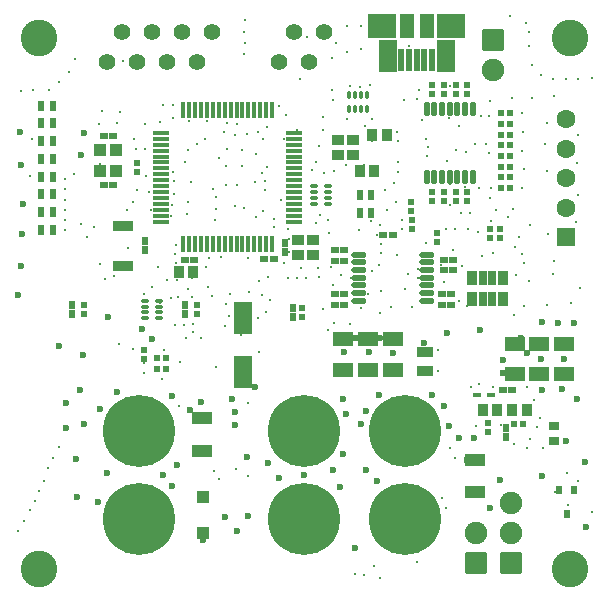
<source format=gts>
G04*
G04 #@! TF.GenerationSoftware,Altium Limited,Altium Designer,18.0.9 (584)*
G04*
G04 Layer_Color=8388736*
%FSLAX25Y25*%
%MOIN*%
G70*
G01*
G75*
%ADD21R,0.03543X0.03937*%
%ADD34R,0.03937X0.03543*%
%ADD45R,0.05020X0.07874*%
%ADD46R,0.09744X0.07874*%
%ADD47R,0.06201X0.10630*%
%ADD48R,0.02165X0.07795*%
%ADD49R,0.02362X0.03347*%
%ADD50R,0.03937X0.04331*%
%ADD51O,0.01575X0.05512*%
%ADD52O,0.05512X0.01575*%
%ADD53O,0.05118X0.01968*%
%ADD54R,0.07087X0.03543*%
%ADD55O,0.01378X0.02953*%
%ADD56R,0.03740X0.04528*%
%ADD57R,0.02756X0.04528*%
%ADD58R,0.05315X0.03740*%
%ADD59R,0.03543X0.02756*%
%ADD60R,0.06890X0.03937*%
%ADD61R,0.03150X0.01575*%
%ADD62R,0.02362X0.03150*%
%ADD63R,0.04331X0.03937*%
%ADD64R,0.05906X0.10630*%
%ADD65R,0.07087X0.04724*%
%ADD66R,0.02598X0.02441*%
%ADD67R,0.02165X0.02362*%
%ADD68R,0.02441X0.02598*%
%ADD69O,0.01968X0.05118*%
%ADD70R,0.02362X0.02165*%
%ADD71O,0.02953X0.01378*%
%ADD72C,0.07480*%
G04:AMPARAMS|DCode=73|XSize=74.8mil|YSize=74.8mil|CornerRadius=10.83mil|HoleSize=0mil|Usage=FLASHONLY|Rotation=270.000|XOffset=0mil|YOffset=0mil|HoleType=Round|Shape=RoundedRectangle|*
%AMROUNDEDRECTD73*
21,1,0.07480,0.05315,0,0,270.0*
21,1,0.05315,0.07480,0,0,270.0*
1,1,0.02165,-0.02657,-0.02657*
1,1,0.02165,-0.02657,0.02657*
1,1,0.02165,0.02657,0.02657*
1,1,0.02165,0.02657,-0.02657*
%
%ADD73ROUNDEDRECTD73*%
%ADD74C,0.24016*%
G04:AMPARAMS|DCode=75|XSize=62.99mil|YSize=62.99mil|CornerRadius=9.35mil|HoleSize=0mil|Usage=FLASHONLY|Rotation=90.000|XOffset=0mil|YOffset=0mil|HoleType=Round|Shape=RoundedRectangle|*
%AMROUNDEDRECTD75*
21,1,0.06299,0.04429,0,0,90.0*
21,1,0.04429,0.06299,0,0,90.0*
1,1,0.01870,0.02215,0.02215*
1,1,0.01870,0.02215,-0.02215*
1,1,0.01870,-0.02215,-0.02215*
1,1,0.01870,-0.02215,0.02215*
%
%ADD75ROUNDEDRECTD75*%
%ADD76C,0.06299*%
%ADD77C,0.05512*%
%ADD78C,0.00394*%
%ADD79C,0.12205*%
%ADD80C,0.01181*%
%ADD81C,0.02362*%
D21*
X121063Y154724D02*
D03*
X125984D02*
D03*
X56496Y109055D02*
D03*
X61417D02*
D03*
X172539Y62992D02*
D03*
X167618D02*
D03*
X157776D02*
D03*
X162697D02*
D03*
X121752Y142520D02*
D03*
X116831D02*
D03*
D34*
X96161Y114764D02*
D03*
Y119685D02*
D03*
X101181Y114764D02*
D03*
Y119685D02*
D03*
X114567Y152854D02*
D03*
Y147933D02*
D03*
X109449Y152854D02*
D03*
Y147933D02*
D03*
D45*
X132529Y190945D02*
D03*
X139124D02*
D03*
D46*
X124360D02*
D03*
X147293D02*
D03*
D47*
X145522Y180905D02*
D03*
X126132D02*
D03*
D48*
X130709Y179488D02*
D03*
X133268D02*
D03*
X135827D02*
D03*
X138386D02*
D03*
X140945D02*
D03*
D49*
X120768Y128642D02*
D03*
X116831D02*
D03*
Y134547D02*
D03*
X120768D02*
D03*
X10630Y164370D02*
D03*
X14567D02*
D03*
Y158465D02*
D03*
X10630D02*
D03*
Y152559D02*
D03*
X14567D02*
D03*
Y146653D02*
D03*
X10630D02*
D03*
Y140748D02*
D03*
X14567D02*
D03*
Y134843D02*
D03*
X10630D02*
D03*
Y128937D02*
D03*
X14567D02*
D03*
Y123031D02*
D03*
X10630D02*
D03*
D50*
X35728Y149508D02*
D03*
Y142618D02*
D03*
X30413D02*
D03*
Y149508D02*
D03*
D51*
X58071Y162795D02*
D03*
X60039D02*
D03*
X62008D02*
D03*
X63976D02*
D03*
X65945D02*
D03*
X67913D02*
D03*
X69882D02*
D03*
X71850D02*
D03*
X73819D02*
D03*
X75787D02*
D03*
X77756D02*
D03*
X79724D02*
D03*
X81693D02*
D03*
X83661D02*
D03*
X85630D02*
D03*
X87598D02*
D03*
Y118307D02*
D03*
X85630D02*
D03*
X83661D02*
D03*
X81693D02*
D03*
X79724D02*
D03*
X77756D02*
D03*
X75787D02*
D03*
X73819D02*
D03*
X71850D02*
D03*
X69882D02*
D03*
X67913D02*
D03*
X65945D02*
D03*
X63976D02*
D03*
X62008D02*
D03*
X60039D02*
D03*
X58071D02*
D03*
D52*
X95079Y155315D02*
D03*
Y153347D02*
D03*
Y151378D02*
D03*
Y149409D02*
D03*
Y147441D02*
D03*
Y145472D02*
D03*
Y143504D02*
D03*
Y141535D02*
D03*
Y139567D02*
D03*
Y137598D02*
D03*
Y135630D02*
D03*
Y133661D02*
D03*
Y131693D02*
D03*
Y129724D02*
D03*
Y127756D02*
D03*
Y125787D02*
D03*
X50591D02*
D03*
Y127756D02*
D03*
Y129724D02*
D03*
Y131693D02*
D03*
Y133661D02*
D03*
Y135630D02*
D03*
Y137598D02*
D03*
Y139567D02*
D03*
Y141535D02*
D03*
Y143504D02*
D03*
Y145472D02*
D03*
Y147441D02*
D03*
Y149409D02*
D03*
Y151378D02*
D03*
Y153347D02*
D03*
Y155315D02*
D03*
D53*
X116732Y114764D02*
D03*
Y112205D02*
D03*
Y109646D02*
D03*
Y107087D02*
D03*
Y104528D02*
D03*
Y101969D02*
D03*
Y99410D02*
D03*
X139173Y114764D02*
D03*
Y112205D02*
D03*
Y109646D02*
D03*
Y107087D02*
D03*
Y104528D02*
D03*
Y101969D02*
D03*
Y99410D02*
D03*
D54*
X37795Y111024D02*
D03*
Y124409D02*
D03*
D55*
X113386Y163287D02*
D03*
X115354D02*
D03*
X117323D02*
D03*
X119291D02*
D03*
X113386Y168012D02*
D03*
X115354D02*
D03*
X117323D02*
D03*
X119291D02*
D03*
D56*
X164665Y107087D02*
D03*
X154232D02*
D03*
X164665Y100000D02*
D03*
X154232D02*
D03*
D57*
X161024Y107087D02*
D03*
X157874D02*
D03*
X161024Y100000D02*
D03*
X157874D02*
D03*
D58*
X138583Y82185D02*
D03*
Y76083D02*
D03*
D59*
X181496Y52559D02*
D03*
Y57677D02*
D03*
D60*
X64173Y60138D02*
D03*
Y49311D02*
D03*
X155118Y46358D02*
D03*
Y35531D02*
D03*
D61*
X160630Y68110D02*
D03*
X155905D02*
D03*
D62*
X188386Y36319D02*
D03*
X183268D02*
D03*
X185827Y28248D02*
D03*
D63*
X64567Y22047D02*
D03*
Y33858D02*
D03*
D64*
X77953Y75689D02*
D03*
Y93602D02*
D03*
D65*
X185039Y85039D02*
D03*
Y74803D02*
D03*
X176772Y85039D02*
D03*
Y74803D02*
D03*
X168504Y85039D02*
D03*
Y74803D02*
D03*
X127953Y76378D02*
D03*
Y86614D02*
D03*
X119685Y76378D02*
D03*
Y86614D02*
D03*
X111417Y76378D02*
D03*
Y86614D02*
D03*
D66*
X108701Y116142D02*
D03*
X111772D02*
D03*
X127815Y121260D02*
D03*
X124744D02*
D03*
X147894Y109646D02*
D03*
X144823D02*
D03*
X147894Y112992D02*
D03*
X144823D02*
D03*
X147205Y101575D02*
D03*
X144134D02*
D03*
X147205Y98032D02*
D03*
X144134D02*
D03*
X108701Y101575D02*
D03*
X111772D02*
D03*
X108701Y98032D02*
D03*
X111772D02*
D03*
X108701Y112598D02*
D03*
X111772D02*
D03*
X88150Y113386D02*
D03*
X85079D02*
D03*
X61673Y113091D02*
D03*
X58602D02*
D03*
X31535Y137795D02*
D03*
X34606D02*
D03*
X34606Y154331D02*
D03*
X31535D02*
D03*
X164606Y69685D02*
D03*
X167677D02*
D03*
D67*
X42520Y142224D02*
D03*
Y145177D02*
D03*
X148819Y168209D02*
D03*
Y171161D02*
D03*
X44882Y80020D02*
D03*
Y82972D02*
D03*
X148819Y135728D02*
D03*
Y132776D02*
D03*
X152756Y135728D02*
D03*
Y132776D02*
D03*
X144882Y135728D02*
D03*
Y132776D02*
D03*
X140945Y135728D02*
D03*
Y132776D02*
D03*
X144882Y168209D02*
D03*
Y171161D02*
D03*
X140945Y168209D02*
D03*
Y171161D02*
D03*
X152756Y168209D02*
D03*
Y171161D02*
D03*
X62598Y94980D02*
D03*
Y97933D02*
D03*
X159547Y58661D02*
D03*
Y55709D02*
D03*
X97736Y96949D02*
D03*
Y93996D02*
D03*
X24803Y97933D02*
D03*
Y94980D02*
D03*
X160138Y123130D02*
D03*
Y120177D02*
D03*
X163583D02*
D03*
Y123130D02*
D03*
X134055Y129429D02*
D03*
Y132382D02*
D03*
X134153Y126378D02*
D03*
Y123425D02*
D03*
X142618Y119095D02*
D03*
Y122047D02*
D03*
D68*
X92028Y115689D02*
D03*
Y118760D02*
D03*
X58661Y94921D02*
D03*
Y97992D02*
D03*
X165551Y56949D02*
D03*
Y53878D02*
D03*
X94488Y93839D02*
D03*
Y96909D02*
D03*
X20866Y94921D02*
D03*
Y97992D02*
D03*
X45276Y116181D02*
D03*
Y119252D02*
D03*
D69*
X154528Y163189D02*
D03*
X151969D02*
D03*
X149409D02*
D03*
X146850D02*
D03*
X144291D02*
D03*
X141732D02*
D03*
X139173D02*
D03*
X154528Y140748D02*
D03*
X151969D02*
D03*
X149409D02*
D03*
X146850D02*
D03*
X144291D02*
D03*
X141732D02*
D03*
X139173D02*
D03*
D70*
X166831Y137008D02*
D03*
X163878D02*
D03*
X49311Y76772D02*
D03*
X52264D02*
D03*
Y80315D02*
D03*
X49311D02*
D03*
X166831Y140551D02*
D03*
X163878D02*
D03*
X166831Y147638D02*
D03*
X163878D02*
D03*
X166831Y144095D02*
D03*
X163878D02*
D03*
X166831Y154724D02*
D03*
X163878D02*
D03*
X166831Y151181D02*
D03*
X163878D02*
D03*
X166831Y161811D02*
D03*
X163878D02*
D03*
X166831Y158268D02*
D03*
X163878D02*
D03*
X171260Y58268D02*
D03*
X168307D02*
D03*
D71*
X106398Y131693D02*
D03*
Y133661D02*
D03*
Y135630D02*
D03*
Y137598D02*
D03*
X101673Y131693D02*
D03*
Y133661D02*
D03*
Y135630D02*
D03*
Y137598D02*
D03*
X45276Y99410D02*
D03*
Y97441D02*
D03*
Y95472D02*
D03*
Y93504D02*
D03*
X50000Y99410D02*
D03*
Y97441D02*
D03*
Y95472D02*
D03*
Y93504D02*
D03*
D72*
X161417Y176221D02*
D03*
X155512Y21811D02*
D03*
X167323D02*
D03*
Y31811D02*
D03*
D73*
X161417Y186221D02*
D03*
X155512Y11811D02*
D03*
X167323D02*
D03*
D74*
X43307Y56102D02*
D03*
Y26575D02*
D03*
X98425Y56102D02*
D03*
Y26575D02*
D03*
X131890Y56102D02*
D03*
Y26575D02*
D03*
D75*
X185630Y120472D02*
D03*
D76*
Y130315D02*
D03*
Y140157D02*
D03*
Y150000D02*
D03*
Y159843D02*
D03*
D77*
X89941Y179055D02*
D03*
X94941Y189055D02*
D03*
X99941Y179055D02*
D03*
X104941Y189055D02*
D03*
X32697Y179055D02*
D03*
X37697Y189055D02*
D03*
X42697Y179055D02*
D03*
X47697Y189055D02*
D03*
X52697Y179055D02*
D03*
X57697Y189055D02*
D03*
X62697Y179055D02*
D03*
X67697Y189055D02*
D03*
D78*
X84429Y186142D02*
D03*
X27185D02*
D03*
D79*
X9843Y187008D02*
D03*
X187008D02*
D03*
Y9843D02*
D03*
X9843D02*
D03*
D80*
X175008Y66145D02*
D03*
X146850Y131201D02*
D03*
X82977Y93607D02*
D03*
X86815Y99710D02*
D03*
X85733Y95575D02*
D03*
X84308Y101378D02*
D03*
X83173Y106107D02*
D03*
X86126Y107190D02*
D03*
X91732Y111811D02*
D03*
X85044Y113883D02*
D03*
X93405Y115551D02*
D03*
X60827Y106988D02*
D03*
X113490Y91737D02*
D03*
X108180Y92038D02*
D03*
X106344Y89646D02*
D03*
X104528Y96653D02*
D03*
X92819Y106895D02*
D03*
X79724Y113583D02*
D03*
X70673Y114080D02*
D03*
X66539Y113687D02*
D03*
X65650Y110728D02*
D03*
X83425Y82146D02*
D03*
X156496Y71653D02*
D03*
X153937Y70571D02*
D03*
X142913Y82874D02*
D03*
X142815Y76083D02*
D03*
X79630Y65456D02*
D03*
X68898Y77362D02*
D03*
X173327Y188878D02*
D03*
X173425Y184252D02*
D03*
X174311Y177953D02*
D03*
X166929Y194291D02*
D03*
X172343Y192126D02*
D03*
X177264Y174606D02*
D03*
X181299Y173425D02*
D03*
X185728Y173327D02*
D03*
X189665Y173228D02*
D03*
X194193Y173622D02*
D03*
X160138Y166043D02*
D03*
X181595Y167520D02*
D03*
X167618Y167126D02*
D03*
X174311D02*
D03*
X179331Y158563D02*
D03*
X189469Y154724D02*
D03*
X178740Y151673D02*
D03*
X189469Y134744D02*
D03*
X189272Y145276D02*
D03*
X179134Y142618D02*
D03*
X189075Y125591D02*
D03*
X179724Y121653D02*
D03*
X181496Y112500D02*
D03*
X181398Y108268D02*
D03*
X190157Y103642D02*
D03*
X187205Y98622D02*
D03*
X179232Y97835D02*
D03*
X171457Y97539D02*
D03*
X168307Y94587D02*
D03*
X101772Y116043D02*
D03*
X106595Y121949D02*
D03*
X129337Y155519D02*
D03*
X92815Y123130D02*
D03*
X147940Y116344D02*
D03*
X139075Y118602D02*
D03*
X150499Y128746D02*
D03*
X145472Y123130D02*
D03*
X78347Y181496D02*
D03*
X78642Y185236D02*
D03*
X78347Y188976D02*
D03*
X78642Y193110D02*
D03*
X22047Y179921D02*
D03*
X19882Y175492D02*
D03*
X16634Y172146D02*
D03*
X13287Y169783D02*
D03*
X7776Y169587D02*
D03*
X3839Y169390D02*
D03*
X139082Y153157D02*
D03*
X129769Y152567D02*
D03*
X137507Y159555D02*
D03*
X129626Y145571D02*
D03*
X139764Y150591D02*
D03*
X139272Y147579D02*
D03*
X42620Y136424D02*
D03*
X46754Y135735D02*
D03*
X65945Y159176D02*
D03*
X92126Y161417D02*
D03*
X91738Y153347D02*
D03*
X84645Y153149D02*
D03*
X131496Y166142D02*
D03*
X146949Y171063D02*
D03*
X104528Y156299D02*
D03*
X103150Y151083D02*
D03*
X102165Y145571D02*
D03*
X104926Y141936D02*
D03*
X112598Y159842D02*
D03*
X118504Y157480D02*
D03*
X113779Y152756D02*
D03*
X120866D02*
D03*
Y159843D02*
D03*
X117224Y96850D02*
D03*
X144882Y105610D02*
D03*
X131890Y103248D02*
D03*
X123819Y102756D02*
D03*
X84350Y142028D02*
D03*
X86024Y143898D02*
D03*
X82284Y148425D02*
D03*
X148524Y123327D02*
D03*
X163976Y62402D02*
D03*
X168307Y58071D02*
D03*
X163976D02*
D03*
X168307Y62402D02*
D03*
X157382Y160925D02*
D03*
X160039Y161122D02*
D03*
X159941Y148721D02*
D03*
X159055Y151673D02*
D03*
X152362Y149114D02*
D03*
X148917Y149508D02*
D03*
X149902Y157480D02*
D03*
X108366Y142520D02*
D03*
X125886Y129724D02*
D03*
X56476Y64376D02*
D03*
X58858Y86910D02*
D03*
X63976Y86811D02*
D03*
X61319Y91535D02*
D03*
X61417Y88976D02*
D03*
X72047Y91043D02*
D03*
X76181Y90748D02*
D03*
X72146Y98327D02*
D03*
X55118Y91437D02*
D03*
X56102Y106201D02*
D03*
X52756D02*
D03*
X47640Y104041D02*
D03*
X53841Y100399D02*
D03*
X49510Y110734D02*
D03*
X39665Y116929D02*
D03*
X50197Y98524D02*
D03*
X35041Y107584D02*
D03*
X32087Y106791D02*
D03*
X44998Y101673D02*
D03*
X68310Y42620D02*
D03*
X69784Y39862D02*
D03*
X58268Y91437D02*
D03*
X77264Y87795D02*
D03*
X75689Y96555D02*
D03*
X73268Y94232D02*
D03*
X73724Y101481D02*
D03*
X194291Y28839D02*
D03*
X189469Y39173D02*
D03*
X182087Y35583D02*
D03*
X145480Y30415D02*
D03*
X144390Y33465D02*
D03*
X147047Y50394D02*
D03*
X148728Y46951D02*
D03*
X135925Y12205D02*
D03*
X118411Y7973D02*
D03*
X123530Y6890D02*
D03*
X121555Y10827D02*
D03*
X115360Y8170D02*
D03*
X164075Y69048D02*
D03*
X168209D02*
D03*
X161327Y70476D02*
D03*
X186122Y31398D02*
D03*
X185934Y42030D02*
D03*
X72342Y137795D02*
D03*
X75787Y137894D02*
D03*
X68996Y133858D02*
D03*
X70079Y146949D02*
D03*
X72244Y144390D02*
D03*
X72539Y149803D02*
D03*
X82087Y138878D02*
D03*
X85339Y136129D02*
D03*
X84748Y129239D02*
D03*
X75394Y154528D02*
D03*
X79335Y155126D02*
D03*
X77756Y149606D02*
D03*
X75984Y158268D02*
D03*
X82189Y127172D02*
D03*
X75394Y130905D02*
D03*
X78252Y130420D02*
D03*
X88390Y123825D02*
D03*
X88193Y126778D02*
D03*
X68898Y129921D02*
D03*
X90661Y133082D02*
D03*
X59747Y132290D02*
D03*
X54924Y135046D02*
D03*
Y139180D02*
D03*
X58661Y145669D02*
D03*
X54629Y142133D02*
D03*
X59646Y149704D02*
D03*
X60039Y159176D02*
D03*
X57480Y161811D02*
D03*
X62458Y151673D02*
D03*
X65354Y153150D02*
D03*
X54432Y131207D02*
D03*
X53940Y127762D02*
D03*
X59255Y128451D02*
D03*
X60731Y139082D02*
D03*
X66276Y104000D02*
D03*
X67716Y100984D02*
D03*
X59496Y103437D02*
D03*
X56299Y100787D02*
D03*
X60928Y100694D02*
D03*
X55709Y111909D02*
D03*
X16535Y50689D02*
D03*
X2953Y22736D02*
D03*
X7087Y29528D02*
D03*
X8709Y32728D02*
D03*
X5020Y25984D02*
D03*
X14764Y47047D02*
D03*
X12894Y43602D02*
D03*
X9837Y36018D02*
D03*
X11516Y39370D02*
D03*
X55315Y114961D02*
D03*
X30413Y111713D02*
D03*
X80020Y102264D02*
D03*
X36714Y84847D02*
D03*
X51676Y82977D02*
D03*
X56890Y78839D02*
D03*
X50984Y73228D02*
D03*
X44882Y75394D02*
D03*
Y78642D02*
D03*
X123524Y124606D02*
D03*
X128248Y138779D02*
D03*
X125394Y136221D02*
D03*
X129626Y142421D02*
D03*
X109055Y185138D02*
D03*
X107579Y180413D02*
D03*
X99410Y187205D02*
D03*
X112598Y182382D02*
D03*
Y190847D02*
D03*
X117323Y183268D02*
D03*
X117224Y190945D02*
D03*
X97047Y173327D02*
D03*
X71752Y155610D02*
D03*
X72638Y158465D02*
D03*
X26083Y120669D02*
D03*
X28248Y123917D02*
D03*
X23917Y124803D02*
D03*
X39272Y129724D02*
D03*
X41339Y132283D02*
D03*
X82874Y155610D02*
D03*
X86024Y157283D02*
D03*
X77461Y144291D02*
D03*
X68701Y126279D02*
D03*
X55512Y118110D02*
D03*
X68015Y136719D02*
D03*
X21457Y141535D02*
D03*
X107879Y104729D02*
D03*
X103346Y107185D02*
D03*
X102854Y110236D02*
D03*
X110531Y107972D02*
D03*
X114080Y107092D02*
D03*
X107289Y110635D02*
D03*
X99016Y106890D02*
D03*
X107480Y116147D02*
D03*
X106304Y126384D02*
D03*
X97441Y110236D02*
D03*
X95915Y106890D02*
D03*
X116443Y122841D02*
D03*
X120768Y126083D02*
D03*
X112407Y144594D02*
D03*
X109553Y147054D02*
D03*
X100792Y142920D02*
D03*
X85138Y139173D02*
D03*
X54756Y160303D02*
D03*
X54626Y164567D02*
D03*
X50223Y158861D02*
D03*
X51181Y164764D02*
D03*
X45571Y141043D02*
D03*
X93405Y120079D02*
D03*
X103647Y127959D02*
D03*
X102170Y125203D02*
D03*
X128839Y132283D02*
D03*
X130814Y126286D02*
D03*
X130912Y123333D02*
D03*
X128642Y121260D02*
D03*
X122545Y121167D02*
D03*
X124022Y118313D02*
D03*
Y115360D02*
D03*
X123234Y111226D02*
D03*
X107773Y169786D02*
D03*
X107776Y166142D02*
D03*
X89961Y164215D02*
D03*
X155519Y57778D02*
D03*
X172449Y50199D02*
D03*
X175894Y57188D02*
D03*
X177953Y50394D02*
D03*
X173630Y53152D02*
D03*
X176879Y60141D02*
D03*
X172639Y70771D02*
D03*
X168118Y51479D02*
D03*
X79528Y40846D02*
D03*
X75689Y43406D02*
D03*
X117815Y112205D02*
D03*
X129337Y114474D02*
D03*
X120774Y142822D02*
D03*
X104528Y160531D02*
D03*
X173721Y124705D02*
D03*
X169783Y120571D02*
D03*
X135925Y166535D02*
D03*
X136516Y169488D02*
D03*
X144291Y140748D02*
D03*
X145877Y146063D02*
D03*
X146850Y138287D02*
D03*
X146661Y160244D02*
D03*
X170776Y137015D02*
D03*
X134153Y97441D02*
D03*
X171465Y143216D02*
D03*
X171063Y149409D02*
D03*
X171161Y155610D02*
D03*
X171063Y161811D02*
D03*
X133169Y184153D02*
D03*
X18602Y122933D02*
D03*
Y126319D02*
D03*
Y129705D02*
D03*
Y133090D02*
D03*
Y136476D02*
D03*
Y139862D02*
D03*
X47250Y129724D02*
D03*
X41339Y83169D02*
D03*
X6988Y141043D02*
D03*
X10630Y128937D02*
D03*
X7480Y153150D02*
D03*
X10630Y164370D02*
D03*
X29823Y158268D02*
D03*
X36024Y158563D02*
D03*
X36909Y162402D02*
D03*
X30906Y162598D02*
D03*
X30315Y144980D02*
D03*
X34055Y149606D02*
D03*
X45282Y158230D02*
D03*
X45276Y150000D02*
D03*
X41732Y153149D02*
D03*
X42126Y150000D02*
D03*
X96063Y156299D02*
D03*
X37795Y179134D02*
D03*
X161268Y115453D02*
D03*
X157685Y100989D02*
D03*
Y114277D02*
D03*
X167922Y130026D02*
D03*
X169095Y107973D02*
D03*
X173130Y105905D02*
D03*
X155217Y151673D02*
D03*
X168709Y117230D02*
D03*
X170776Y114966D02*
D03*
X171465Y112013D02*
D03*
X166437Y127165D02*
D03*
X160734Y125993D02*
D03*
X155217Y140748D02*
D03*
X162114Y129731D02*
D03*
X160138Y133760D02*
D03*
X151877Y137310D02*
D03*
X156602Y137015D02*
D03*
X160736Y137113D02*
D03*
X113490Y171071D02*
D03*
X120177Y171260D02*
D03*
X116831Y170784D02*
D03*
X152756Y171161D02*
D03*
X153846Y107092D02*
D03*
X153452Y128746D02*
D03*
X153017Y123432D02*
D03*
X156110Y122152D02*
D03*
X157980Y107486D02*
D03*
X150795Y110931D02*
D03*
X152468Y97643D02*
D03*
X149902Y99311D02*
D03*
X123524Y95276D02*
D03*
X127270Y97446D02*
D03*
X143996Y111319D02*
D03*
X119691Y101678D02*
D03*
X136129Y110045D02*
D03*
X136417Y107087D02*
D03*
X132880Y108175D02*
D03*
X120866Y109320D02*
D03*
X118313Y144594D02*
D03*
D81*
X30118Y63189D02*
D03*
X35925Y69095D02*
D03*
X184843Y79921D02*
D03*
X177264D02*
D03*
X188386Y92028D02*
D03*
X183071Y91929D02*
D03*
X177559Y92224D02*
D03*
X146063Y88484D02*
D03*
X156791Y89764D02*
D03*
X115655Y86914D02*
D03*
X74118Y66637D02*
D03*
X115256Y17126D02*
D03*
X54232Y37697D02*
D03*
X56102Y44783D02*
D03*
X29528Y32283D02*
D03*
X19094Y57087D02*
D03*
X23524Y69587D02*
D03*
X16535Y84153D02*
D03*
X24705Y81299D02*
D03*
X32972Y93799D02*
D03*
X44291Y89961D02*
D03*
X47539Y86614D02*
D03*
X123721Y87008D02*
D03*
X79232Y47343D02*
D03*
X111319Y48425D02*
D03*
X123425Y68110D02*
D03*
X146752Y57677D02*
D03*
X140847Y68012D02*
D03*
X144882Y64173D02*
D03*
X149902Y53543D02*
D03*
X154823Y53642D02*
D03*
X75299Y57877D02*
D03*
X117224Y58366D02*
D03*
X118996Y62598D02*
D03*
X81988Y70571D02*
D03*
X63779Y65748D02*
D03*
X78150Y73228D02*
D03*
X24016Y147933D02*
D03*
X24902Y155217D02*
D03*
X3543Y155709D02*
D03*
X3937Y144488D02*
D03*
X4528Y131595D02*
D03*
X4331Y121555D02*
D03*
X3839Y111024D02*
D03*
X2953Y101181D02*
D03*
X172736Y82087D02*
D03*
X60433Y63090D02*
D03*
X64567Y19783D02*
D03*
X127854Y82087D02*
D03*
X119882Y82185D02*
D03*
X111516Y82284D02*
D03*
X54429Y67618D02*
D03*
X51378Y41339D02*
D03*
X22736Y33858D02*
D03*
X32677Y42126D02*
D03*
X22343Y46654D02*
D03*
X24902Y58268D02*
D03*
X18799Y65158D02*
D03*
X75886Y22539D02*
D03*
X79626Y27657D02*
D03*
X72047Y27362D02*
D03*
X98130Y41240D02*
D03*
X89961Y40354D02*
D03*
X86221Y45177D02*
D03*
X112303Y61713D02*
D03*
X111221Y66535D02*
D03*
X122539Y39272D02*
D03*
X110433Y37303D02*
D03*
X118996Y43012D02*
D03*
X107874Y42913D02*
D03*
X160138Y30413D02*
D03*
X163583Y39469D02*
D03*
X192421Y23819D02*
D03*
X191831Y45768D02*
D03*
X177756Y40945D02*
D03*
X75299Y62405D02*
D03*
X78130Y78169D02*
D03*
X177756Y69784D02*
D03*
X184252Y69980D02*
D03*
X157579Y46260D02*
D03*
X152559Y46358D02*
D03*
X164567Y75197D02*
D03*
Y79724D02*
D03*
X138384Y85136D02*
D03*
X170453Y86988D02*
D03*
X189173Y66634D02*
D03*
X185630Y52559D02*
D03*
M02*

</source>
